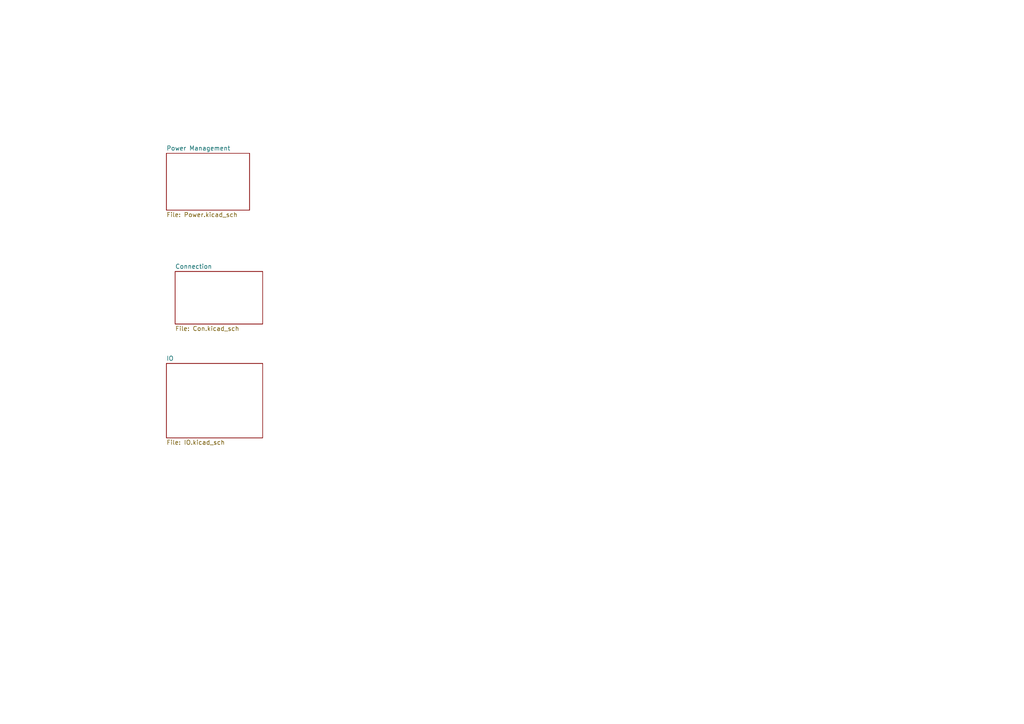
<source format=kicad_sch>
(kicad_sch (version 20230121) (generator eeschema)
  (paper "A4")
  (lib_symbols)
  (sheet (at 48.26 44.45) (size 24.13 16.51) (stroke (width 0.1524))
    (property "Sheetname" "Power Management" (at 48.26 43.7384 0) (effects (justify left bottom)))
    (property "Sheetfile" "Power.kicad_sch" (at 48.26 61.5446 0) (effects (justify left top)))
  )
  (sheet (at 48.26 105.41) (size 27.94 21.59) (stroke (width 0.1524))
    (property "Sheetname" "IO" (at 48.26 104.6984 0) (effects (justify left bottom)))
    (property "Sheetfile" "IO.kicad_sch" (at 48.26 127.5846 0) (effects (justify left top)))
  )
  (sheet (at 50.8 78.74) (size 25.4 15.24) (stroke (width 0.1524))
    (property "Sheetname" "Connection" (at 50.8 78.0284 0) (effects (justify left bottom)))
    (property "Sheetfile" "Con.kicad_sch" (at 50.8 94.5646 0) (effects (justify left top)))
  )
)
</source>
